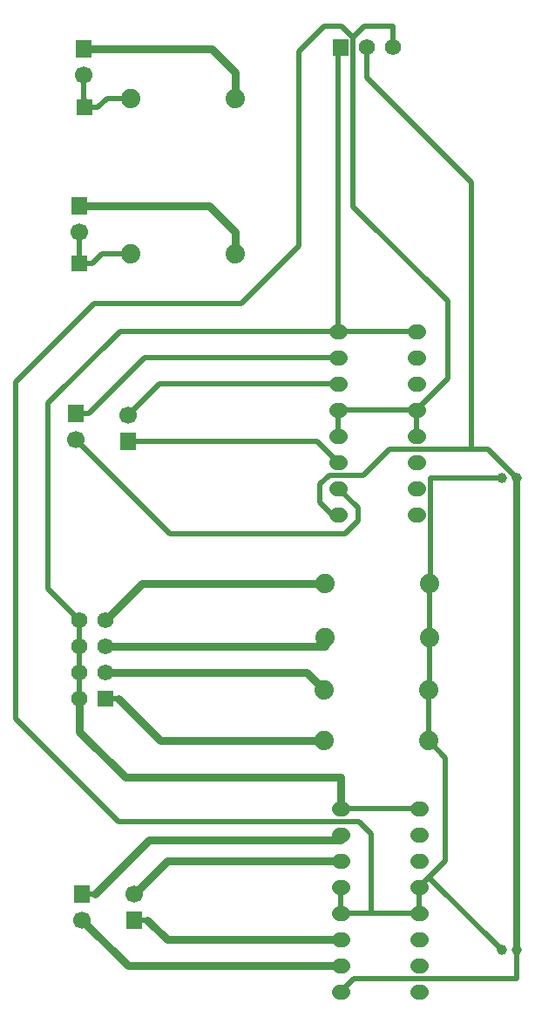
<source format=gtl>
G04 Layer: TopLayer*
G04 EasyEDA v6.5.1, 2022-05-03 13:26:15*
G04 Gerber Generator version 0.2*
G04 Scale: 100 percent, Rotated: No, Reflected: No *
G04 Dimensions in millimeters *
G04 leading zeros omitted , absolute positions ,4 integer and 5 decimal *
%FSLAX45Y45*%
%MOMM*%

%ADD11C,0.5000*%
%ADD12C,0.7000*%
%ADD13C,0.8000*%
%ADD14C,1.0000*%
%ADD15R,1.5748X1.7000*%
%ADD16C,1.7000*%
%ADD17R,1.5748X1.5748*%
%ADD18C,1.5748*%
%ADD19C,1.8796*%
%ADD20C,1.4600*%

%LPD*%
D11*
X1384300Y-6464300D02*
G01*
X1384300Y-6718300D01*
X1384300Y-6210300D02*
G01*
X1384300Y-6464300D01*
X1384300Y-6210300D02*
G01*
X1384300Y-5956300D01*
X4660900Y-3149600D02*
G01*
X3924300Y-3149600D01*
X4686300Y-7785100D02*
G01*
X3924300Y-7785100D01*
X3924300Y-3149600D02*
G01*
X3898900Y-3149600D01*
X1638300Y-6718300D02*
G01*
X1767103Y-6718300D01*
X1917700Y-8864600D02*
G01*
X2046503Y-8864600D01*
X1409700Y-8610600D02*
G01*
X1538503Y-8610600D01*
X1448711Y-2489200D02*
G01*
X1384300Y-2424788D01*
X1384300Y-2184400D01*
X1448711Y-2489200D02*
G01*
X1513103Y-2489200D01*
X1384300Y-2489200D02*
G01*
X1448711Y-2489200D01*
X1879600Y-2400300D02*
G01*
X1602003Y-2400300D01*
X1513103Y-2489200D01*
X1499511Y-977900D02*
G01*
X1422400Y-900788D01*
X1422400Y-660400D01*
X1499511Y-977900D02*
G01*
X1563903Y-977900D01*
X1435100Y-977900D02*
G01*
X1499511Y-977900D01*
X1879600Y-889000D02*
G01*
X1652803Y-889000D01*
X1563903Y-977900D01*
X1346200Y-3949700D02*
G01*
X1475003Y-3949700D01*
X3898900Y-3403600D02*
G01*
X2021103Y-3403600D01*
X1475003Y-3949700D01*
X3898900Y-3657600D02*
G01*
X2159000Y-3657600D01*
X1854200Y-3962400D01*
X3898900Y-4419600D02*
G01*
X3695700Y-4216400D01*
X1854200Y-4216400D01*
X4073860Y-8801100D02*
G01*
X3924300Y-8801100D01*
X4686300Y-8801100D02*
G01*
X4073860Y-8801100D01*
X4787900Y-5600700D02*
G01*
X4792525Y-5596079D01*
X4792525Y-4572000D01*
X5487540Y-4572000D01*
X4660900Y-3911600D02*
G01*
X3898900Y-3911600D01*
X4660900Y-3911600D02*
G01*
X4660900Y-4165600D01*
X4686300Y-8547100D02*
G01*
X4782131Y-8451268D01*
X4782131Y-8451268D02*
G01*
X5487540Y-9156700D01*
X4787900Y-6121400D02*
G01*
X4787900Y-5600700D01*
X4775200Y-6629400D02*
G01*
X4787900Y-6616700D01*
X4787900Y-6121400D01*
X4775200Y-7124700D02*
G01*
X4775200Y-6629400D01*
X3898900Y-4165600D02*
G01*
X3898900Y-3911600D01*
X4686300Y-8801100D02*
G01*
X4686300Y-8547100D01*
X3924300Y-8801100D02*
G01*
X3924300Y-8547100D01*
X5637659Y-4572000D02*
G01*
X5358259Y-4292600D01*
X4869891Y-4292600D01*
X4782131Y-8451268D02*
G01*
X4940300Y-8293125D01*
X4940300Y-7289774D01*
X4775200Y-7124700D01*
X4869941Y-4292600D02*
G01*
X4394200Y-4292600D01*
X4140200Y-4546600D01*
X3810000Y-4546600D01*
X3721100Y-4635500D01*
X3721100Y-4813300D01*
X3835400Y-4927600D01*
X3898900Y-4927600D01*
X3898900Y-4673600D02*
G01*
X4089400Y-4864100D01*
X4089400Y-4991100D01*
X3962400Y-5118100D01*
X2260600Y-5118100D01*
X1346200Y-4203700D01*
X4432300Y-393700D02*
G01*
X4432300Y-190500D01*
X4155714Y-190500D01*
X4045681Y-300532D01*
X4045706Y-300484D02*
G01*
X4045706Y-1937512D01*
X4965700Y-2857500D01*
X4965700Y-3606800D01*
X4660900Y-3911600D01*
X1384300Y-5956300D02*
G01*
X1079500Y-5651500D01*
X1079500Y-3848100D01*
X1778000Y-3149600D01*
X3898900Y-3149600D01*
X3924300Y-9563100D02*
G01*
X4051300Y-9436100D01*
X5637659Y-9436100D01*
X5637659Y-9156700D01*
D12*
X5637659Y-4572000D02*
G01*
X5637659Y-9156700D01*
D11*
X4869891Y-4292600D02*
G01*
X5194300Y-4292600D01*
X5194300Y-1701800D01*
X4178300Y-685800D01*
X4178300Y-393700D01*
X3898900Y-3162300D02*
G01*
X3898900Y-406400D01*
D13*
X3759200Y-7124700D02*
G01*
X2173503Y-7124700D01*
X1767103Y-6718300D01*
X3759200Y-6629400D02*
G01*
X3594100Y-6464300D01*
X1638300Y-6464300D01*
X3771900Y-6121400D02*
G01*
X3771900Y-6210300D01*
X1638300Y-6210300D01*
X3771900Y-5600700D02*
G01*
X1993900Y-5600700D01*
X1638300Y-5956300D01*
X2895600Y-2400300D02*
G01*
X2895600Y-2184400D01*
X2641600Y-1930400D01*
X1384300Y-1930400D01*
X2895600Y-889000D02*
G01*
X2895600Y-635000D01*
X2667000Y-406400D01*
X1422400Y-406400D01*
X3924300Y-9055100D02*
G01*
X2237003Y-9055100D01*
X2046503Y-8864600D01*
X3924300Y-8293100D02*
G01*
X2235200Y-8293100D01*
X1917700Y-8610600D01*
X3924300Y-8039100D02*
G01*
X3924300Y-8089900D01*
X2059180Y-8089900D01*
X1538480Y-8610600D01*
X3924300Y-9309100D02*
G01*
X1854200Y-9309100D01*
X1409700Y-8864600D01*
X1384300Y-6718300D02*
G01*
X1384300Y-7035800D01*
X1828800Y-7480300D01*
X3924300Y-7480300D01*
X3924300Y-7785100D01*
D11*
X4073908Y-8801100D02*
G01*
X4216400Y-8801100D01*
X4216400Y-8026400D01*
X4102100Y-7912100D01*
X1765300Y-7912100D01*
X762000Y-6908800D01*
X762000Y-3644900D01*
X1524000Y-2882900D01*
X2959100Y-2882900D01*
X3517900Y-2324100D01*
X3517900Y-431800D01*
X3759200Y-190500D01*
X3935735Y-190500D01*
X4045706Y-300484D01*
D14*
G01*
X5637656Y-9156700D03*
G01*
X5487543Y-9156700D03*
G01*
X5637656Y-4572000D03*
G01*
X5487543Y-4572000D03*
D15*
G01*
X1854200Y-4216400D03*
D16*
G01*
X1854200Y-3962400D03*
D15*
G01*
X1346200Y-3949700D03*
D16*
G01*
X1346200Y-4203700D03*
D15*
G01*
X1422400Y-406400D03*
D16*
G01*
X1422400Y-660400D03*
D15*
G01*
X1384300Y-1930400D03*
D16*
G01*
X1384300Y-2184400D03*
D15*
G01*
X1409700Y-8610600D03*
D16*
G01*
X1409700Y-8864600D03*
D15*
G01*
X1917700Y-8864600D03*
D16*
G01*
X1917700Y-8610600D03*
D17*
G01*
X1638300Y-6718300D03*
D18*
G01*
X1384300Y-6718300D03*
G01*
X1638300Y-6464300D03*
G01*
X1384300Y-6464300D03*
G01*
X1638300Y-6210300D03*
G01*
X1384300Y-6210300D03*
G01*
X1638300Y-5956300D03*
G01*
X1384300Y-5956300D03*
D17*
G01*
X1435100Y-977900D03*
G01*
X1384300Y-2489200D03*
D18*
G01*
X4432300Y-393700D03*
G01*
X4178300Y-393700D03*
G36*
X3845559Y-314960D02*
G01*
X4003040Y-314960D01*
X4003040Y-472439D01*
X3845559Y-472439D01*
G37*
D19*
G01*
X2895600Y-889000D03*
G01*
X1879600Y-889000D03*
G01*
X4787900Y-5600700D03*
G01*
X3771900Y-5600700D03*
G01*
X4787900Y-6121400D03*
G01*
X3771900Y-6121400D03*
G01*
X4775200Y-6629400D03*
G01*
X3759200Y-6629400D03*
G01*
X4775200Y-7124700D03*
G01*
X3759200Y-7124700D03*
G01*
X2895600Y-2400300D03*
G01*
X1879600Y-2400300D03*
D20*
X3917149Y-3149600D02*
G01*
X3880650Y-3149600D01*
X3917149Y-3403600D02*
G01*
X3880650Y-3403600D01*
X3917149Y-3657600D02*
G01*
X3880650Y-3657600D01*
X3917149Y-3911600D02*
G01*
X3880650Y-3911600D01*
X3917149Y-4165600D02*
G01*
X3880650Y-4165600D01*
X3917149Y-4419600D02*
G01*
X3880650Y-4419600D01*
X3917149Y-4673600D02*
G01*
X3880650Y-4673600D01*
X3917149Y-4927600D02*
G01*
X3880650Y-4927600D01*
X4679149Y-3149600D02*
G01*
X4642650Y-3149600D01*
X4679149Y-3403600D02*
G01*
X4642650Y-3403600D01*
X4679149Y-3657600D02*
G01*
X4642650Y-3657600D01*
X4679149Y-3911600D02*
G01*
X4642650Y-3911600D01*
X4679149Y-4165600D02*
G01*
X4642650Y-4165600D01*
X4679149Y-4419600D02*
G01*
X4642650Y-4419600D01*
X4679149Y-4673600D02*
G01*
X4642650Y-4673600D01*
X4679149Y-4927600D02*
G01*
X4642650Y-4927600D01*
X3942549Y-7785100D02*
G01*
X3906050Y-7785100D01*
X3942549Y-8039100D02*
G01*
X3906050Y-8039100D01*
X3942549Y-8293100D02*
G01*
X3906050Y-8293100D01*
X3942549Y-8547100D02*
G01*
X3906050Y-8547100D01*
X3942549Y-8801100D02*
G01*
X3906050Y-8801100D01*
X3942549Y-9055100D02*
G01*
X3906050Y-9055100D01*
X3942549Y-9309100D02*
G01*
X3906050Y-9309100D01*
X3942549Y-9563100D02*
G01*
X3906050Y-9563100D01*
X4704549Y-7785100D02*
G01*
X4668050Y-7785100D01*
X4704549Y-8039100D02*
G01*
X4668050Y-8039100D01*
X4704549Y-8293100D02*
G01*
X4668050Y-8293100D01*
X4704549Y-8547100D02*
G01*
X4668050Y-8547100D01*
X4704549Y-8801100D02*
G01*
X4668050Y-8801100D01*
X4704549Y-9055100D02*
G01*
X4668050Y-9055100D01*
X4704549Y-9309100D02*
G01*
X4668050Y-9309100D01*
X4704549Y-9563100D02*
G01*
X4668050Y-9563100D01*
M02*

</source>
